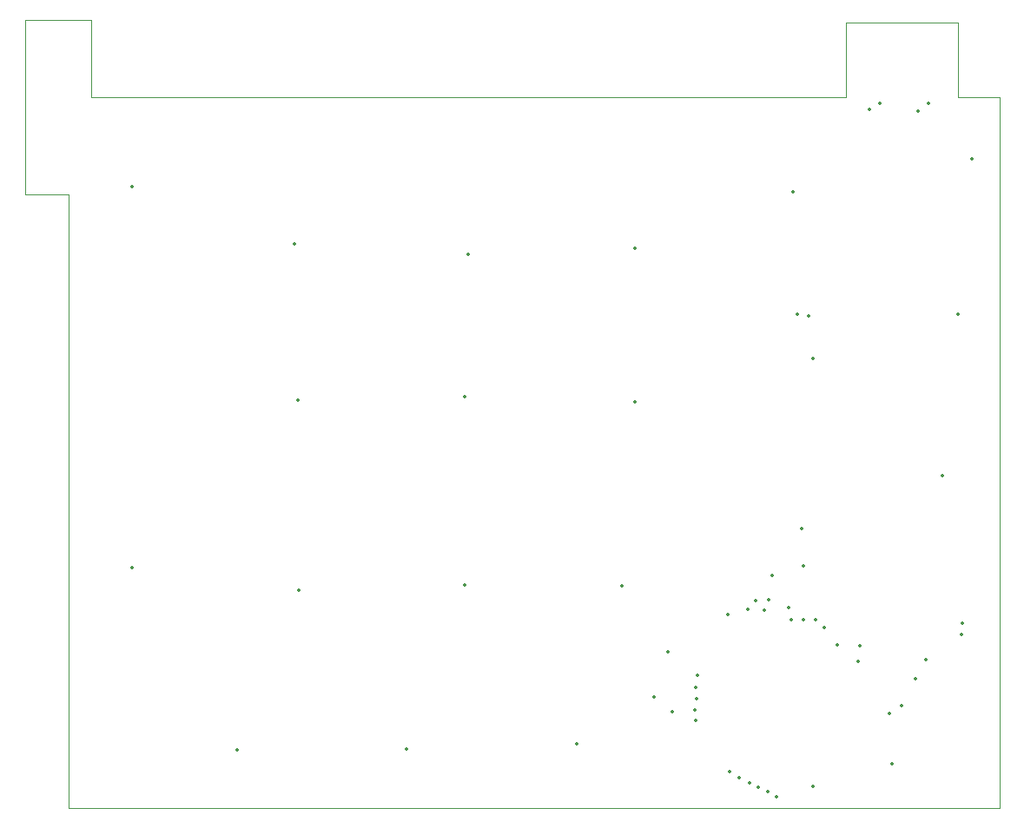
<source format=gto>
%TF.GenerationSoftware,KiCad,Pcbnew,(6.0.6)*%
%TF.CreationDate,2022-12-14T08:05:18+09:00*%
%TF.ProjectId,split-mini__right,73706c69-742d-46d6-996e-695f5f726967,rev?*%
%TF.SameCoordinates,Original*%
%TF.FileFunction,Legend,Top*%
%TF.FilePolarity,Positive*%
%FSLAX46Y46*%
G04 Gerber Fmt 4.6, Leading zero omitted, Abs format (unit mm)*
G04 Created by KiCad (PCBNEW (6.0.6)) date 2022-12-14 08:05:18*
%MOMM*%
%LPD*%
G01*
G04 APERTURE LIST*
%TA.AperFunction,Profile*%
%ADD10C,0.100000*%
%TD*%
%ADD11C,0.350000*%
%ADD12O,0.600000X1.400000*%
%ADD13O,0.600000X1.700000*%
%ADD14O,1.000000X1.500000*%
%ADD15C,1.900000*%
%ADD16C,4.100000*%
%ADD17C,3.000000*%
%ADD18C,0.650000*%
%ADD19O,1.000000X1.800000*%
%ADD20O,1.000000X2.100000*%
%ADD21C,1.200000*%
%ADD22O,1.700000X2.500000*%
G04 APERTURE END LIST*
D10*
X26100000Y-26400000D02*
X26100000Y-18900000D01*
X19600000Y-18900000D02*
X19600000Y-35900000D01*
X23825000Y-95725000D02*
X114600000Y-95725000D01*
X114600000Y-26400000D02*
X110600000Y-26400000D01*
X99600000Y-19100000D02*
X99600000Y-26400000D01*
X23825000Y-35900000D02*
X19600000Y-35900000D01*
X23825000Y-35900000D02*
X23825000Y-95725000D01*
X110600000Y-19100000D02*
X99600000Y-19100000D01*
X26100000Y-18900000D02*
X19600000Y-18900000D01*
X114600000Y-95725000D02*
X114600000Y-26400000D01*
X99600000Y-26400000D02*
X26100000Y-26400000D01*
X110600000Y-26400000D02*
X110600000Y-19100000D01*
D11*
X104140000Y-91440000D03*
X91984939Y-94175500D03*
X96425000Y-93625000D03*
X100830025Y-81430025D03*
X82275500Y-80475000D03*
X30000000Y-72300000D03*
X88300000Y-92200000D03*
X89200000Y-92825500D03*
X90200000Y-93275500D03*
X91092470Y-93725500D03*
X92871416Y-94637195D03*
X73400000Y-89500000D03*
X56800000Y-90000000D03*
X40300000Y-90100000D03*
X46300000Y-74500000D03*
X62500000Y-74000000D03*
X77825000Y-74075000D03*
X85000000Y-87200000D03*
X84900000Y-86200000D03*
X85100000Y-85100000D03*
X79100000Y-56100000D03*
X62500000Y-55600000D03*
X46200000Y-56000000D03*
X85000000Y-84000000D03*
X85200000Y-82800000D03*
X88100000Y-76900000D03*
X92099312Y-75450688D03*
X92450000Y-73050000D03*
X91665500Y-76417409D03*
X82700438Y-86349062D03*
X94039500Y-76200000D03*
X95500000Y-72100000D03*
X80900000Y-84900000D03*
X110900000Y-78800000D03*
X111925000Y-32400000D03*
X106450500Y-83113188D03*
X107400000Y-81249500D03*
X102900000Y-27000000D03*
X107650000Y-27000000D03*
X106700000Y-27724500D03*
X101925688Y-27625688D03*
X105025500Y-85739500D03*
X90090500Y-76350000D03*
X94900000Y-47600000D03*
X90850000Y-75550000D03*
X95975653Y-47737174D03*
X30050000Y-35150000D03*
X101012696Y-79953836D03*
X45900000Y-40700000D03*
X62800000Y-41700000D03*
X79100000Y-41100000D03*
X94450000Y-35650000D03*
X96650000Y-77350000D03*
X97500000Y-78100000D03*
X110575000Y-47575000D03*
X95450000Y-77350000D03*
X96449500Y-51900000D03*
X98750000Y-79850000D03*
X109025000Y-63325000D03*
X94305368Y-77344632D03*
X95350000Y-68450000D03*
X110962147Y-77687146D03*
X103875000Y-86539500D03*
X110180000Y-73850000D03*
X105100000Y-73850000D03*
X101290000Y-71310000D03*
X100020000Y-73850000D03*
X107640000Y-68770000D03*
X50520000Y-52400000D03*
X60680000Y-52400000D03*
X58140000Y-47320000D03*
X55600000Y-52400000D03*
X51790000Y-49860000D03*
X67020000Y-35870000D03*
X68290000Y-33330000D03*
X72100000Y-35870000D03*
X74640000Y-30790000D03*
X77180000Y-35870000D03*
X41640000Y-47320000D03*
X34020000Y-52400000D03*
X39100000Y-52400000D03*
X44180000Y-52400000D03*
X35290000Y-49860000D03*
X52380000Y-81140000D03*
X44760000Y-86220000D03*
X49840000Y-86220000D03*
X46030000Y-83680000D03*
X54920000Y-86220000D03*
X91110000Y-66270000D03*
X84760000Y-68810000D03*
X88570000Y-71350000D03*
X93650000Y-71350000D03*
X83490000Y-71350000D03*
X84760000Y-52320000D03*
X88570000Y-54860000D03*
X91110000Y-49780000D03*
X93650000Y-54860000D03*
X83490000Y-54860000D03*
X68270000Y-49840000D03*
X67000000Y-52380000D03*
X72080000Y-52380000D03*
X74620000Y-47300000D03*
X77160000Y-52380000D03*
X110190000Y-57400000D03*
X105110000Y-57400000D03*
X100030000Y-57400000D03*
X101300000Y-54860000D03*
X107650000Y-52320000D03*
X39130000Y-68950000D03*
X35320000Y-66410000D03*
X44210000Y-68950000D03*
X41670000Y-63870000D03*
X34050000Y-68950000D03*
X34040000Y-35870000D03*
X44200000Y-35870000D03*
X35310000Y-33330000D03*
X41660000Y-30790000D03*
X39120000Y-35870000D03*
X51790000Y-66360000D03*
X60680000Y-68900000D03*
X58140000Y-63820000D03*
X50520000Y-68900000D03*
X55600000Y-68900000D03*
X110210000Y-40870000D03*
X100050000Y-40870000D03*
X107670000Y-35790000D03*
X101320000Y-38330000D03*
X105130000Y-40870000D03*
X50530000Y-35870000D03*
X55610000Y-35870000D03*
X58150000Y-30790000D03*
X51800000Y-33330000D03*
X60690000Y-35870000D03*
X77180000Y-68900000D03*
X67020000Y-68900000D03*
X68290000Y-66360000D03*
X74640000Y-63820000D03*
X72100000Y-68900000D03*
X28270000Y-86200000D03*
X35890000Y-81120000D03*
X38430000Y-86200000D03*
X29540000Y-83660000D03*
X33350000Y-86200000D03*
X88600000Y-38350000D03*
X93680000Y-38350000D03*
X83520000Y-38350000D03*
X84790000Y-35810000D03*
X91140000Y-33270000D03*
X61280000Y-86210000D03*
X68900000Y-81130000D03*
X62550000Y-83670000D03*
X71440000Y-86210000D03*
X66360000Y-86210000D03*
X102210000Y-24140000D03*
X107990000Y-24140000D03*
D12*
X109420000Y-20460000D03*
D13*
X100780000Y-24640000D03*
X109420000Y-24640000D03*
D12*
X100780000Y-20460000D03*
D11*
X22900000Y-27350000D03*
X22900000Y-20350000D03*
D14*
X25000000Y-30650000D03*
X20800000Y-22150000D03*
X20800000Y-25150000D03*
X20800000Y-29150000D03*
%LPC*%
D15*
%TO.C,SW15*%
X110180000Y-73850000D03*
D16*
X105100000Y-73850000D03*
D17*
X101290000Y-71310000D03*
D15*
X100020000Y-73850000D03*
D17*
X107640000Y-68770000D03*
%TD*%
D15*
%TO.C,SW7*%
X50520000Y-52400000D03*
X60680000Y-52400000D03*
D17*
X58140000Y-47320000D03*
D16*
X55600000Y-52400000D03*
D17*
X51790000Y-49860000D03*
%TD*%
D15*
%TO.C,SW3*%
X67020000Y-35870000D03*
D17*
X68290000Y-33330000D03*
D16*
X72100000Y-35870000D03*
D17*
X74640000Y-30790000D03*
D15*
X77180000Y-35870000D03*
%TD*%
D17*
%TO.C,SW6*%
X41640000Y-47320000D03*
D15*
X34020000Y-52400000D03*
D16*
X39100000Y-52400000D03*
D15*
X44180000Y-52400000D03*
D17*
X35290000Y-49860000D03*
%TD*%
%TO.C,SW17*%
X52380000Y-81140000D03*
D15*
X44760000Y-86220000D03*
D16*
X49840000Y-86220000D03*
D17*
X46030000Y-83680000D03*
D15*
X54920000Y-86220000D03*
%TD*%
D17*
%TO.C,SW14*%
X91110000Y-66270000D03*
X84760000Y-68810000D03*
D16*
X88570000Y-71350000D03*
D15*
X93650000Y-71350000D03*
X83490000Y-71350000D03*
%TD*%
D17*
%TO.C,SW9*%
X84760000Y-52320000D03*
D16*
X88570000Y-54860000D03*
D17*
X91110000Y-49780000D03*
D15*
X93650000Y-54860000D03*
X83490000Y-54860000D03*
%TD*%
D17*
%TO.C,SW8*%
X68270000Y-49840000D03*
D15*
X67000000Y-52380000D03*
D16*
X72080000Y-52380000D03*
D17*
X74620000Y-47300000D03*
D15*
X77160000Y-52380000D03*
%TD*%
%TO.C,SW10*%
X110190000Y-57400000D03*
D16*
X105110000Y-57400000D03*
D15*
X100030000Y-57400000D03*
D17*
X101300000Y-54860000D03*
X107650000Y-52320000D03*
%TD*%
D16*
%TO.C,SW11*%
X39130000Y-68950000D03*
D17*
X35320000Y-66410000D03*
D15*
X44210000Y-68950000D03*
D17*
X41670000Y-63870000D03*
D15*
X34050000Y-68950000D03*
%TD*%
%TO.C,SW1*%
X34040000Y-35870000D03*
X44200000Y-35870000D03*
D17*
X35310000Y-33330000D03*
X41660000Y-30790000D03*
D16*
X39120000Y-35870000D03*
%TD*%
D17*
%TO.C,SW12*%
X51790000Y-66360000D03*
D15*
X60680000Y-68900000D03*
D17*
X58140000Y-63820000D03*
D15*
X50520000Y-68900000D03*
D16*
X55600000Y-68900000D03*
%TD*%
D15*
%TO.C,SW5*%
X110210000Y-40870000D03*
X100050000Y-40870000D03*
D17*
X107670000Y-35790000D03*
X101320000Y-38330000D03*
D16*
X105130000Y-40870000D03*
%TD*%
D15*
%TO.C,SW2*%
X50530000Y-35870000D03*
D16*
X55610000Y-35870000D03*
D17*
X58150000Y-30790000D03*
X51800000Y-33330000D03*
D15*
X60690000Y-35870000D03*
%TD*%
%TO.C,SW13*%
X77180000Y-68900000D03*
X67020000Y-68900000D03*
D17*
X68290000Y-66360000D03*
X74640000Y-63820000D03*
D16*
X72100000Y-68900000D03*
%TD*%
D15*
%TO.C,SW16*%
X28270000Y-86200000D03*
D17*
X35890000Y-81120000D03*
D15*
X38430000Y-86200000D03*
D17*
X29540000Y-83660000D03*
D16*
X33350000Y-86200000D03*
%TD*%
%TO.C,SW4*%
X88600000Y-38350000D03*
D15*
X93680000Y-38350000D03*
X83520000Y-38350000D03*
D17*
X84790000Y-35810000D03*
X91140000Y-33270000D03*
%TD*%
D15*
%TO.C,SW18*%
X61280000Y-86210000D03*
D17*
X68900000Y-81130000D03*
X62550000Y-83670000D03*
D15*
X71440000Y-86210000D03*
D16*
X66360000Y-86210000D03*
%TD*%
D18*
%TO.C,J1*%
X102210000Y-24140000D03*
X107990000Y-24140000D03*
D19*
X109420000Y-20460000D03*
D20*
X100780000Y-24640000D03*
X109420000Y-24640000D03*
D19*
X100780000Y-20460000D03*
%TD*%
D21*
%TO.C,J2*%
X22900000Y-27350000D03*
X22900000Y-20350000D03*
D22*
X25000000Y-30650000D03*
X20800000Y-22150000D03*
X20800000Y-25150000D03*
X20800000Y-29150000D03*
%TD*%
M02*

</source>
